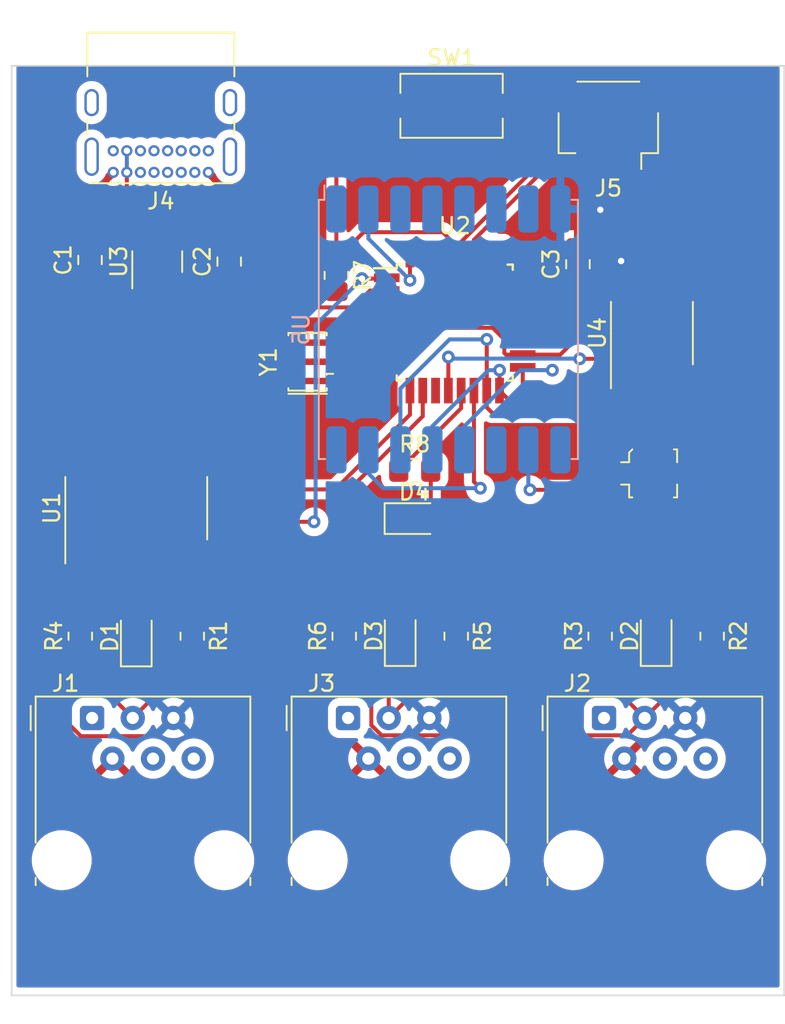
<source format=kicad_pcb>
(kicad_pcb (version 20221018) (generator pcbnew)
  (layers (0 "F.Cu" signal) (31 "B.Cu" signal) (34 "B.Paste" user) (35 "F.Paste" user) (36 "B.SilkS" user "B.Silkscreen") (37 "F.SilkS" user "F.Silkscreen") (38 "B.Mask" user) (39 "F.Mask" user) (44 "Edge.Cuts" user))
  (net 0 "")
  (net 1 "Net-(D1-K)")
  (net 2 "+3V3")
  (net 3 "Net-(D2-K)")
  (net 4 "Net-(D3-K)")
  (net 5 "Net-(AE1-A)")
  (net 7 "/D4")
  (net 11 "/D5")
  (net 14 "/D6")
  (net 17 "Net-(U1-Pad3)")
  (net 18 "/SCL")
  (net 19 "/SDA")
  (net 20 "GND")
  (net 21 "Net-(U3-VI)")
  (net 22 "Net-(U2-AREF)")
  (net 23 "Net-(D4-A)")
  (net 25 "/D3")
  (net 27 "/D8_SS")
  (net 29 "/D10_SS")
  (net 46 "Net-(U2-~{RESET}{slash}PC6)")
  (net 47 "Net-(U2-PB1)")
  (net 48 "Net-(U2-XTAL1{slash}PB6)")
  (net 49 "Net-(U2-XTAL2{slash}PB7)")
  (net 50 "/MiSo")
  (net 51 "/MoSi")
  (net 52 "/SPI_SCK")
  (net 54 "/D2")
  (footprint "LED_SMD:LED_0805_2012Metric_Pad1.15x1.40mm_HandSolder" (layer "F.Cu") (at 127.675 59.5)
    (fp_text reference "D4" (at 0 -1.65) (layer "F.SilkS"))
    (fp_text value "LED")
    (pad "1" smd roundrect (at -1.025 0) (size 1.15 1.4) (layers "F.Cu" "F.Paste" "F.Mask") (roundrect_rratio 0.217391) (net 20 "GND"))
    (pad "2" smd roundrect (at 1.025 0) (size 1.15 1.4) (layers "F.Cu" "F.Paste" "F.Mask") (roundrect_rratio 0.217391) (net 23 "Net-(D4-A)"))
  )
  (footprint "Package_TO_SOT_SMD:SOT-23" (layer "F.Cu") (at 111.6 43.4375 90)
    (fp_text reference "U3" (at 0 -2.4 90) (layer "F.SilkS"))
    (fp_text value "MCP1703")
    (pad "1" smd roundrect (at -0.9375 -0.95 90) (size 1.475 0.6) (layers "F.Cu" "F.Paste" "F.Mask") (net 20 "GND"))
    (pad "2" smd roundrect (at -0.9375 0.95 90) (size 1.475 0.6) (layers "F.Cu" "F.Paste" "F.Mask") (net 2 "+3V3"))
    (pad "3" smd roundrect (at 0.9375 0 90) (size 1.475 0.6) (layers "F.Cu" "F.Paste" "F.Mask") (net 21 "Net-(U3-VI)"))
  )
  (footprint "Resistor_SMD:R_0805_2012Metric_Pad1.20x1.40mm_HandSolder" (layer "F.Cu") (at 127.7 56.5)
    (fp_text reference "R8" (at 0 -1.65) (layer "F.SilkS"))
    (fp_text value "1.5k")
    (pad "1" smd roundrect (at -1 0) (size 1.2 1.4) (layers "F.Cu" "F.Paste" "F.Mask") (roundrect_rratio 0.208333) (net 47 "Net-(U2-PB1)"))
    (pad "2" smd roundrect (at 1 0) (size 1.2 1.4) (layers "F.Cu" "F.Paste" "F.Mask") (roundrect_rratio 0.208333) (net 23 "Net-(D4-A)"))
  )
  (footprint "Connector_RJ:RJ12_Amphenol_54601-x06_Horizontal" (layer "F.Cu") (at 107.53 71.96)
    (fp_text reference "J1" (at -1.66 -2.16) (layer "F.SilkS"))
    (fp_text value "6P6C")
    (pad "" np_thru_hole circle (at -1.9 8.89) (size 3.25 3.25) (drill 3.25) (layers "*.Cu" "*.Mask"))
    (pad "" np_thru_hole circle (at 8.26 8.89) (size 3.25 3.25) (drill 3.25) (layers "*.Cu" "*.Mask"))
    (pad "1" thru_hole roundrect (at 0 0) (size 1.52 1.52) (drill 0.76) (layers "*.Cu" "*.Mask") (roundrect_rratio 0.1644736842))
    (pad "2" thru_hole circle (at 1.27 2.54) (size 1.52 1.52) (drill 0.76) (layers "*.Cu" "*.Mask") (net 20 "GND"))
    (pad "3" thru_hole circle (at 2.54 0) (size 1.52 1.52) (drill 0.76) (layers "*.Cu" "*.Mask") (net 7 "/D4"))
    (pad "4" thru_hole circle (at 3.81 2.54) (size 1.52 1.52) (drill 0.76) (layers "*.Cu" "*.Mask"))
    (pad "5" thru_hole circle (at 5.08 0) (size 1.52 1.52) (drill 0.76) (layers "*.Cu" "*.Mask") (net 2 "+3V3"))
    (pad "6" thru_hole circle (at 6.35 2.54) (size 1.52 1.52) (drill 0.76) (layers "*.Cu" "*.Mask"))
  )
  (footprint "Connector_Coaxial:U.FL_Molex_MCRF_73412-0110_Vertical" (layer "F.Cu") (at 142.6 56.675 -90)
    (fp_text reference "AE1" hide)
    (fp_text value "Antenna_Shield" hide)
    (pad "1" smd rect (at 0 1.5 270) (size 1 1) (layers "F.Cu" "F.Paste" "F.Mask") (net 5 "Net-(AE1-A)"))
    (pad "2" smd rect (at -1.475 0 270) (size 1.05 2.2) (layers "F.Cu" "F.Paste" "F.Mask") (net 20 "GND"))
    (pad "2" smd rect (at 0 -1.5 270) (size 1 1) (layers "F.Cu" "F.Paste" "F.Mask") (net 20 "GND"))
    (pad "2" smd rect (at 1.475 0 270) (size 1.05 2.2) (layers "F.Cu" "F.Paste" "F.Mask") (net 20 "GND"))
  )
  (footprint "Connector_JST:JST_SH_SM04B-SRSS-TB_1x04-1MP_P1.00mm_Horizontal" (layer "F.Cu") (at 139.8 34.875 180)
    (fp_text reference "J5" (at 0 -3.98) (layer "F.SilkS"))
    (fp_text value "Qwiic")
    (pad "1" smd roundrect (at -1.5 -2 180) (size 0.6 1.55) (layers "F.Cu" "F.Paste" "F.Mask") (net 18 "/SCL"))
    (pad "2" smd roundrect (at -0.5 -2 180) (size 0.6 1.55) (layers "F.Cu" "F.Paste" "F.Mask") (net 19 "/SDA"))
    (pad "3" smd roundrect (at 0.5 -2 180) (size 0.6 1.55) (layers "F.Cu" "F.Paste" "F.Mask") (net 2 "+3V3"))
    (pad "4" smd roundrect (at 1.5 -2 180) (size 0.6 1.55) (layers "F.Cu" "F.Paste" "F.Mask") (net 20 "GND"))
    (pad "MP" smd roundrect (at -2.8 1.875 180) (size 1.2 1.8) (layers "F.Cu" "F.Paste" "F.Mask") (roundrect_rratio 0.208333))
    (pad "MP" smd roundrect (at 2.8 1.875 180) (size 1.2 1.8) (layers "F.Cu" "F.Paste" "F.Mask") (roundrect_rratio 0.208333))
  )
  (footprint "Package_SO:SOIC-14_3.9x8.7mm_P1.27mm" (layer "F.Cu") (at 110.29 58.85 90)
    (fp_text reference "U1" (at 0 -5.28 90) (layer "F.SilkS"))
    (fp_text value "74LS08")
    (pad "1" smd roundrect (at -2.475 -3.81 90) (size 1.95 0.6) (layers "F.Cu" "F.Paste" "F.Mask") (net 7 "/D4"))
    (pad "2" smd roundrect (at -2.475 -2.54 90) (size 1.95 0.6) (layers "F.Cu" "F.Paste" "F.Mask") (net 11 "/D5"))
    (pad "3" smd roundrect (at -2.475 -1.27 90) (size 1.95 0.6) (layers "F.Cu" "F.Paste" "F.Mask") (net 17 "Net-(U1-Pad3)"))
    (pad "4" smd roundrect (at -2.475 0 90) (size 1.95 0.6) (layers "F.Cu" "F.Paste" "F.Mask") (net 17 "Net-(U1-Pad3)"))
    (pad "5" smd roundrect (at -2.475 1.27 90) (size 1.95 0.6) (layers "F.Cu" "F.Paste" "F.Mask") (net 14 "/D6"))
    (pad "6" smd roundrect (at -2.475 2.54 90) (size 1.95 0.6) (layers "F.Cu" "F.Paste" "F.Mask") (net 25 "/D3"))
    (pad "7" smd roundrect (at -2.475 3.81 90) (size 1.95 0.6) (layers "F.Cu" "F.Paste" "F.Mask") (net 20 "GND"))
    (pad "8" smd roundrect (at 2.475 3.81 90) (size 1.95 0.6) (layers "F.Cu" "F.Paste" "F.Mask"))
    (pad "9" smd roundrect (at 2.475 2.54 90) (size 1.95 0.6) (layers "F.Cu" "F.Paste" "F.Mask"))
    (pad "10" smd roundrect (at 2.475 1.27 90) (size 1.95 0.6) (layers "F.Cu" "F.Paste" "F.Mask"))
    (pad "11" smd roundrect (at 2.475 0 90) (size 1.95 0.6) (layers "F.Cu" "F.Paste" "F.Mask"))
    (pad "12" smd roundrect (at 2.475 -1.27 90) (size 1.95 0.6) (layers "F.Cu" "F.Paste" "F.Mask"))
    (pad "13" smd roundrect (at 2.475 -2.54 90) (size 1.95 0.6) (layers "F.Cu" "F.Paste" "F.Mask"))
    (pad "14" smd roundrect (at 2.475 -3.81 90) (size 1.95 0.6) (layers "F.Cu" "F.Paste" "F.Mask") (net 2 "+3V3"))
  )
  (footprint "LED_SMD:LED_0805_2012Metric_Pad1.15x1.40mm_HandSolder" (layer "F.Cu") (at 142.79 66.85 90)
    (fp_text reference "D2" (at 0 -1.65 90) (layer "F.SilkS"))
    (fp_text value "Pulse")
    (pad "1" smd roundrect (at -1.025 0 90) (size 1.15 1.4) (layers "F.Cu" "F.Paste" "F.Mask") (roundrect_rratio 0.217391) (net 3 "Net-(D2-K)"))
    (pad "2" smd roundrect (at 1.025 0 90) (size 1.15 1.4) (layers "F.Cu" "F.Paste" "F.Mask") (roundrect_rratio 0.217391) (net 2 "+3V3"))
  )
  (footprint "LED_SMD:LED_0805_2012Metric_Pad1.15x1.40mm_HandSolder" (layer "F.Cu") (at 126.79 66.85 90)
    (fp_text reference "D3" (at 0 -1.65 90) (layer "F.SilkS"))
    (fp_text value "Pulse")
    (pad "1" smd roundrect (at -1.025 0 90) (size 1.15 1.4) (layers "F.Cu" "F.Paste" "F.Mask") (roundrect_rratio 0.217391) (net 4 "Net-(D3-K)"))
    (pad "2" smd roundrect (at 1.025 0 90) (size 1.15 1.4) (layers "F.Cu" "F.Paste" "F.Mask") (roundrect_rratio 0.217391) (net 2 "+3V3"))
  )
  (footprint "Capacitor_SMD:C_0805_2012Metric_Pad1.18x1.45mm_HandSolder" (layer "F.Cu") (at 116.1 43.4375 90)
    (fp_text reference "C2" (at 0 -1.68 90) (layer "F.SilkS"))
    (fp_text value "1µ")
    (pad "1" smd roundrect (at -1.0375 0 90) (size 1.175 1.45) (layers "F.Cu" "F.Paste" "F.Mask") (roundrect_rratio 0.212766) (net 20 "GND"))
    (pad "2" smd roundrect (at 1.0375 0 90) (size 1.175 1.45) (layers "F.Cu" "F.Paste" "F.Mask") (roundrect_rratio 0.212766) (net 2 "+3V3"))
  )
  (footprint "Capacitor_SMD:C_0805_2012Metric_Pad1.18x1.45mm_HandSolder" (layer "F.Cu") (at 137.9 43.6 90)
    (fp_text reference "C3" (at 0 -1.68 90) (layer "F.SilkS"))
    (fp_text value ".1µ")
    (pad "1" smd roundrect (at -1.0375 0 90) (size 1.175 1.45) (layers "F.Cu" "F.Paste" "F.Mask") (roundrect_rratio 0.212766) (net 22 "Net-(U2-AREF)"))
    (pad "2" smd roundrect (at 1.0375 0 90) (size 1.175 1.45) (layers "F.Cu" "F.Paste" "F.Mask") (roundrect_rratio 0.212766) (net 20 "GND"))
  )
  (footprint "Resistor_SMD:R_0805_2012Metric_Pad1.20x1.40mm_HandSolder" (layer "F.Cu") (at 113.79 66.85 -90)
    (fp_text reference "R1" (at 0 -1.65 90) (layer "F.SilkS"))
    (fp_text value "4.7k")
    (pad "1" smd roundrect (at -1 0 270) (size 1.2 1.4) (layers "F.Cu" "F.Paste" "F.Mask") (roundrect_rratio 0.208333) (net 2 "+3V3"))
    (pad "2" smd roundrect (at 1 0 270) (size 1.2 1.4) (layers "F.Cu" "F.Paste" "F.Mask") (roundrect_rratio 0.208333) (net 7 "/D4"))
  )
  (footprint "Resistor_SMD:R_0805_2012Metric_Pad1.20x1.40mm_HandSolder" (layer "F.Cu") (at 106.79 66.85 90)
    (fp_text reference "R4" (at 0 -1.65 90) (layer "F.SilkS"))
    (fp_text value "1.5k")
    (pad "1" smd roundrect (at -1 0 90) (size 1.2 1.4) (layers "F.Cu" "F.Paste" "F.Mask") (roundrect_rratio 0.208333) (net 1 "Net-(D1-K)"))
    (pad "2" smd roundrect (at 1 0 90) (size 1.2 1.4) (layers "F.Cu" "F.Paste" "F.Mask") (roundrect_rratio 0.208333) (net 7 "/D4"))
  )
  (footprint "Resistor_SMD:R_0805_2012Metric_Pad1.20x1.40mm_HandSolder" (layer "F.Cu") (at 122.8 44.3 -90)
    (fp_text reference "R7" (at 0 -1.65 90) (layer "F.SilkS"))
    (fp_text value "10k")
    (pad "1" smd roundrect (at -1 0 270) (size 1.2 1.4) (layers "F.Cu" "F.Paste" "F.Mask") (roundrect_rratio 0.208333) (net 46 "Net-(U2-~{RESET}{slash}PC6)"))
    (pad "2" smd roundrect (at 1 0 270) (size 1.2 1.4) (layers "F.Cu" "F.Paste" "F.Mask") (roundrect_rratio 0.208333) (net 2 "+3V3"))
  )
  (footprint "Package_SO:SOIC-8_3.9x4.9mm_P1.27mm" (layer "F.Cu") (at 142.525 47.905 90)
    (fp_text reference "U4" (at 0 -3.4 90) (layer "F.SilkS"))
    (fp_text value "W25X40CLSN" hide)
    (pad "1" smd roundrect (at -2.475 -1.905 90) (size 1.95 0.6) (layers "F.Cu" "F.Paste" "F.Mask") (net 27 "/D8_SS"))
    (pad "2" smd roundrect (at -2.475 -0.635 90) (size 1.95 0.6) (layers "F.Cu" "F.Paste" "F.Mask") (net 50 "/MiSo"))
    (pad "3" smd roundrect (at -2.475 0.635 90) (size 1.95 0.6) (layers "F.Cu" "F.Paste" "F.Mask") (net 2 "+3V3"))
    (pad "4" smd roundrect (at -2.475 1.905 90) (size 1.95 0.6) (layers "F.Cu" "F.Paste" "F.Mask") (net 20 "GND"))
    (pad "5" smd roundrect (at 2.475 1.905 90) (size 1.95 0.6) (layers "F.Cu" "F.Paste" "F.Mask") (net 51 "/MoSi"))
    (pad "6" smd roundrect (at 2.475 0.635 90) (size 1.95 0.6) (layers "F.Cu" "F.Paste" "F.Mask") (net 52 "/SPI_SCK"))
    (pad "7" smd roundrect (at 2.475 -0.635 90) (size 1.95 0.6) (layers "F.Cu" "F.Paste" "F.Mask") (net 2 "+3V3"))
    (pad "8" smd roundrect (at 2.475 -1.905 90) (size 1.95 0.6) (layers "F.Cu" "F.Paste" "F.Mask") (net 2 "+3V3"))
  )
  (footprint "Package_QFP:TQFP-32_7x7mm_P0.8mm" (layer "F.Cu") (at 130.2 47.25)
    (fp_text reference "U2" (at 0 -6.05) (layer "F.SilkS"))
    (fp_text value "ATmega328P-A")
    (pad "1" smd rect (at -4.25 -2.8) (size 1.6 0.55) (layers "F.Cu" "F.Paste" "F.Mask") (net 25 "/D3"))
    (pad "2" smd rect (at -4.25 -2) (size 1.6 0.55) (layers "F.Cu" "F.Paste" "F.Mask") (net 7 "/D4"))
    (pad "3" smd rect (at -4.25 -1.2) (size 1.6 0.55) (layers "F.Cu" "F.Paste" "F.Mask") (net 20 "GND"))
    (pad "4" smd rect (at -4.25 -0.4) (size 1.6 0.55) (layers "F.Cu" "F.Paste" "F.Mask") (net 2 "+3V3"))
    (pad "5" smd rect (at -4.25 0.4) (size 1.6 0.55) (layers "F.Cu" "F.Paste" "F.Mask") (net 20 "GND"))
    (pad "6" smd rect (at -4.25 1.2) (size 1.6 0.55) (layers "F.Cu" "F.Paste" "F.Mask") (net 2 "+3V3"))
    (pad "7" smd rect (at -4.25 2) (size 1.6 0.55) (layers "F.Cu" "F.Paste" "F.Mask") (net 48 "Net-(U2-XTAL1{slash}PB6)"))
    (pad "8" smd rect (at -4.25 2.8) (size 1.6 0.55) (layers "F.Cu" "F.Paste" "F.Mask") (net 49 "Net-(U2-XTAL2{slash}PB7)"))
    (pad "9" smd rect (at -2.8 4.25 90) (size 1.6 0.55) (layers "F.Cu" "F.Paste" "F.Mask") (net 11 "/D5"))
    (pad "10" smd rect (at -2 4.25 90) (size 1.6 0.55) (layers "F.Cu" "F.Paste" "F.Mask") (net 14 "/D6"))
    (pad "11" smd rect (at -1.2 4.25 90) (size 1.6 0.55) (layers "F.Cu" "F.Paste" "F.Mask"))
    (pad "12" smd rect (at -0.4 4.25 90) (size 1.6 0.55) (layers "F.Cu" "F.Paste" "F.Mask") (net 27 "/D8_SS"))
    (pad "13" smd rect (at 0.4 4.25 90) (size 1.6 0.55) (layers "F.Cu" "F.Paste" "F.Mask") (net 47 "Net-(U2-PB1)"))
    (pad "14" smd rect (at 1.2 4.25 90) (size 1.6 0.55) (layers "F.Cu" "F.Paste" "F.Mask") (net 29 "/D10_SS"))
    (pad "15" smd rect (at 2 4.25 90) (size 1.6 0.55) (layers "F.Cu" "F.Paste" "F.Mask") (net 51 "/MoSi"))
    (pad "16" smd rect (at 2.8 4.25 90) (size 1.6 0.55) (layers "F.Cu" "F.Paste" "F.Mask") (net 50 "/MiSo"))
    (pad "17" smd rect (at 4.25 2.8) (size 1.6 0.55) (layers "F.Cu" "F.Paste" "F.Mask") (net 52 "/SPI_SCK"))
    (pad "18" smd rect (at 4.25 2) (size 1.6 0.55) (layers "F.Cu" "F.Paste" "F.Mask") (net 2 "+3V3"))
    (pad "19" smd rect (at 4.25 1.2) (size 1.6 0.55) (layers "F.Cu" "F.Paste" "F.Mask"))
    (pad "20" smd rect (at 4.25 0.4) (size 1.6 0.55) (layers "F.Cu" "F.Paste" "F.Mask") (net 22 "Net-(U2-AREF)"))
    (pad "21" smd rect (at 4.25 -0.4) (size 1.6 0.55) (layers "F.Cu" "F.Paste" "F.Mask") (net 20 "GND"))
    (pad "22" smd rect (at 4.25 -1.2) (size 1.6 0.55) (layers "F.Cu" "F.Paste" "F.Mask"))
    (pad "23" smd rect (at 4.25 -2) (size 1.6 0.55) (layers "F.Cu" "F.Paste" "F.Mask"))
    (pad "24" smd rect (at 4.25 -2.8) (size 1.6 0.55) (layers "F.Cu" "F.Paste" "F.Mask"))
    (pad "25" smd rect (at 2.8 -4.25 90) (size 1.6 0.55) (layers "F.Cu" "F.Paste" "F.Mask"))
    (pad "26" smd rect (at 2 -4.25 90) (size 1.6 0.55) (layers "F.Cu" "F.Paste" "F.Mask"))
    (pad "27" smd rect (at 1.2 -4.25 90) (size 1.6 0.55) (layers "F.Cu" "F.Paste" "F.Mask") (net 19 "/SDA"))
    (pad "28" smd rect (at 0.4 -4.25 90) (size 1.6 0.55) (layers "F.Cu" "F.Paste" "F.Mask") (net 18 "/SCL"))
    (pad "29" smd rect (at -0.4 -4.25 90) (size 1.6 0.55) (layers "F.Cu" "F.Paste" "F.Mask") (net 46 "Net-(U2-~{RESET}{slash}PC6)"))
    (pad "30" smd rect (at -1.2 -4.25 90) (size 1.6 0.55) (layers "F.Cu" "F.Paste" "F.Mask"))
    (pad "31" smd rect (at -2 -4.25 90) (size 1.6 0.55) (layers "F.Cu" "F.Paste" "F.Mask"))
    (pad "32" smd rect (at -2.8 -4.25 90) (size 1.6 0.55) (layers "F.Cu" "F.Paste" "F.Mask") (net 54 "/D2"))
  )
  (footprint "Connector_RJ:RJ12_Amphenol_54601-x06_Horizontal" (layer "F.Cu") (at 123.53 71.96)
    (fp_text reference "J3" (at -1.66 -2.16) (layer "F.SilkS"))
    (fp_text value "6P6C")
    (pad "" np_thru_hole circle (at -1.9 8.89) (size 3.25 3.25) (drill 3.25) (layers "*.Cu" "*.Mask"))
    (pad "" np_thru_hole circle (at 8.26 8.89) (size 3.25 3.25) (drill 3.25) (layers "*.Cu" "*.Mask"))
    (pad "1" thru_hole roundrect (at 0 0) (size 1.52 1.52) (drill 0.76) (layers "*.Cu" "*.Mask") (roundrect_rratio 0.1644736842))
    (pad "2" thru_hole circle (at 1.27 2.54) (size 1.52 1.52) (drill 0.76) (layers "*.Cu" "*.Mask") (net 20 "GND"))
    (pad "3" thru_hole circle (at 2.54 0) (size 1.52 1.52) (drill 0.76) (layers "*.Cu" "*.Mask") (net 14 "/D6"))
    (pad "4" thru_hole circle (at 3.81 2.54) (size 1.52 1.52) (drill 0.76) (layers "*.Cu" "*.Mask"))
    (pad "5" thru_hole circle (at 5.08 0) (size 1.52 1.52) (drill 0.76) (layers "*.Cu" "*.Mask") (net 2 "+3V3"))
    (pad "6" thru_hole circle (at 6.35 2.54) (size 1.52 1.52) (drill 0.76) (layers "*.Cu" "*.Mask"))
  )
  (footprint "Resistor_SMD:R_0805_2012Metric_Pad1.20x1.40mm_HandSolder" (layer "F.Cu") (at 130.29 66.85 -90)
    (fp_text reference "R5" (at 0 -1.65 90) (layer "F.SilkS"))
    (fp_text value "4.7k")
    (pad "1" smd roundrect (at -1 0 270) (size 1.2 1.4) (layers "F.Cu" "F.Paste" "F.Mask") (roundrect_rratio 0.208333) (net 2 "+3V3"))
    (pad "2" smd roundrect (at 1 0 270) (size 1.2 1.4) (layers "F.Cu" "F.Paste" "F.Mask") (roundrect_rratio 0.208333) (net 14 "/D6"))
  )
  (footprint "Capacitor_SMD:C_0805_2012Metric_Pad1.18x1.45mm_HandSolder" (layer "F.Cu") (at 107.4 43.3375 90)
    (fp_text reference "C1" (at 0 -1.68 90) (layer "F.SilkS"))
    (fp_text value "1µ")
    (pad "1" smd roundrect (at -1.0375 0 90) (size 1.175 1.45) (layers "F.Cu" "F.Paste" "F.Mask") (roundrect_rratio 0.212766) (net 20 "GND"))
    (pad "2" smd roundrect (at 1.0375 0 90) (size 1.175 1.45) (layers "F.Cu" "F.Paste" "F.Mask") (roundrect_rratio 0.212766) (net 21 "Net-(U3-VI)"))
  )
  (footprint "Button_Switch_SMD:SW_Tactile_SPST_NO_Straight_CK_PTS636Sx25SMTRLFS" (layer "F.Cu") (at 130 33.7)
    (fp_text reference "SW1" (at 0 -3 unlocked) (layer "F.SilkS"))
    (fp_text value "RST-Push")
    (pad "1" smd rect (at -3.875 0) (size 1.25 1) (layers "F.Cu" "F.Paste" "F.Mask") (net 46 "Net-(U2-~{RESET}{slash}PC6)"))
    (pad "2" smd rect (at 3.875 0) (size 1.25 1) (layers "F.Cu" "F.Paste" "F.Mask") (net 20 "GND"))
  )
  (footprint "Resistor_SMD:R_0805_2012Metric_Pad1.20x1.40mm_HandSolder" (layer "F.Cu") (at 123.29 66.85 90)
    (fp_text reference "R6" (at 0 -1.65 90) (layer "F.SilkS"))
    (fp_text value "1.5k")
    (pad "1" smd roundrect (at -1 0 90) (size 1.2 1.4) (layers "F.Cu" "F.Paste" "F.Mask") (roundrect_rratio 0.208333) (net 4 "Net-(D3-K)"))
    (pad "2" smd roundrect (at 1 0 90) (size 1.2 1.4) (layers "F.Cu" "F.Paste" "F.Mask") (roundrect_rratio 0.208333) (net 14 "/D6"))
  )
  (footprint "Connector_RJ:RJ12_Amphenol_54601-x06_Horizontal" (layer "F.Cu") (at 139.53 71.96)
    (fp_text reference "J2" (at -1.66 -2.16) (layer "F.SilkS"))
    (fp_text value "6P6C")
    (pad "" np_thru_hole circle (at -1.9 8.89) (size 3.25 3.25) (drill 3.25) (layers "*.Cu" "*.Mask"))
    (pad "" np_thru_hole circle (at 8.26 8.89) (size 3.25 3.25) (drill 3.25) (layers "*.Cu" "*.Mask"))
    (pad "1" thru_hole roundrect (at 0 0) (size 1.52 1.52) (drill 0.76) (layers "*.Cu" "*.Mask") (roundrect_rratio 0.1644736842))
    (pad "2" thru_hole circle (at 1.27 2.54) (size 1.52 1.52) (drill 0.76) (layers "*.Cu" "*.Mask") (net 20 "GND"))
    (pad "3" thru_hole circle (at 2.54 0) (size 1.52 1.52) (drill 0.76) (layers "*.Cu" "*.Mask") (net 11 "/D5"))
    (pad "4" thru_hole circle (at 3.81 2.54) (size 1.52 1.52) (drill 0.76) (layers "*.Cu" "*.Mask"))
    (pad "5" thru_hole circle (at 5.08 0) (size 1.52 1.52) (drill 0.76) (layers "*.Cu" "*.Mask") (net 2 "+3V3"))
    (pad "6" thru_hole circle (at 6.35 2.54) (size 1.52 1.52) (drill 0.76) (layers "*.Cu" "*.Mask"))
  )
  (footprint "Crystal:Resonator_SMD_Murata_CSTxExxV-3Pin_3.0x1.1mm_HandSoldering" (layer "F.Cu") (at 121 49.7 90)
    (fp_text reference "Y1" (at 0 -2.45 90) (layer "F.SilkS"))
    (fp_text value "16Mhz")
    (pad "1" smd rect (at -1.2 0 90) (size 0.4 3.2) (layers "F.Cu" "F.Paste" "F.Mask") (net 49 "Net-(U2-XTAL2{slash}PB7)"))
    (pad "2" smd rect (at 0 0 90) (size 0.4 3.2) (layers "F.Cu" "F.Paste" "F.Mask") (net 20 "GND"))
    (pad "3" smd rect (at 1.2 0 90) (size 0.4 3.2) (layers "F.Cu" "F.Paste" "F.Mask") (net 48 "Net-(U2-XTAL1{slash}PB6)"))
  )
  (footprint "Resistor_SMD:R_0805_2012Metric_Pad1.20x1.40mm_HandSolder" (layer "F.Cu") (at 146.29 66.85 -90)
    (fp_text reference "R2" (at 0 -1.65 90) (layer "F.SilkS"))
    (fp_text value "4.7k")
    (pad "1" smd roundrect (at -1 0 270) (size 1.2 1.4) (layers "F.Cu" "F.Paste" "F.Mask") (roundrect_rratio 0.208333) (net 2 "+3V3"))
    (pad "2" smd roundrect (at 1 0 270) (size 1.2 1.4) (layers "F.Cu" "F.Paste" "F.Mask") (roundrect_rratio 0.208333) (net 11 "/D5"))
  )
  (footprint "LED_SMD:LED_0805_2012Metric_Pad1.15x1.40mm_HandSolder" (layer "F.Cu") (at 110.29 66.875 90)
    (fp_text reference "D1" (at 0 -1.65 90) (layer "F.SilkS"))
    (fp_text value "Pulse")
    (pad "1" smd roundrect (at -1.025 0 90) (size 1.15 1.4) (layers "F.Cu" "F.Paste" "F.Mask") (roundrect_rratio 0.217391) (net 1 "Net-(D1-K)"))
    (pad "2" smd roundrect (at 1.025 0 90) (size 1.15 1.4) (layers "F.Cu" "F.Paste" "F.Mask") (roundrect_rratio 0.217391) (net 2 "+3V3"))
  )
  (footprint "Connector_USB:USB_C_Receptacle_GCT_USB4085" (layer "F.Cu") (at 114.8 37.86 180)
    (fp_text reference "J4" (at 2.975 -1.8) (layer "F.SilkS"))
    (fp_text value "USB_C_Receptacle_USB2.0")
    (pad "A1" thru_hole circle (at 0 0 180) (size 0.7 0.7) (drill 0.4) (layers "*.Cu" "*.Mask") (net 20 "GND"))
    (pad "A4" thru_hole circle (at 0.85 0 180) (size 0.7 0.7) (drill 0.4) (layers "*.Cu" "*.Mask") (net 21 "Net-(U3-VI)"))
    (pad "A5" thru_hole circle (at 1.7 0 180) (size 0.7 0.7) (drill 0.4) (layers "*.Cu" "*.Mask"))
    (pad "A6" thru_hole circle (at 2.55 0 180) (size 0.7 0.7) (drill 0.4) (layers "*.Cu" "*.Mask"))
    (pad "A7" thru_hole circle (at 3.4 0 180) (size 0.7 0.7) (drill 0.4) (layers "*.Cu" "*.Mask"))
    (pad "A8" thru_hole circle (at 4.25 0 180) (size 0.7 0.7) (drill 0.4) (layers "*.Cu" "*.Mask"))
    (pad "A9" thru_hole circle (at 5.1 0 180) (size 0.7 0.7) (drill 0.4) (layers "*.Cu" "*.Mask") (net 21 "Net-(U3-VI)"))
    (pad "A12" thru_hole circle (at 5.95 0 180) (size 0.7 0.7) (drill 0.4) (layers "*.Cu" "*.Mask") (net 20 "GND"))
    (pad "B1" thru_hole circle (at 5.95 1.35 180) (size 0.7 0.7) (drill 0.4) (layers "*.Cu" "*.Mask") (net 20 "GND"))
    (pad "B4" thru_hole circle (at 5.1 1.35 180) (size 0.7 0.7) (drill 0.4) (layers "*.Cu" "*.Mask") (net 21 "Net-(U3-VI)"))
    (pad "B5" thru_hole circle (at 4.25 1.35 180) (size 0.7 0.7) (drill 0.4) (layers "*.Cu" "*.Mask"))
    (pad "B6" thru_hole circle (at 3.4 1.35 180) (size 0.7 0.7) (drill 0.4) (layers "*.Cu" "*.Mask"))
    (pad "B7" thru_hole circle (at 2.55 1.35 180) (size 0.7 0.7) (drill 0.4) (layers "*.Cu" "*.Mask"))
    (pad "B8" thru_hole circle (at 1.7 1.35 180) (size 0.7 0.7) (drill 0.4) (layers "*.Cu" "*.Mask"))
    (pad "B9" thru_hole circle (at 0.85 1.35 180) (size 0.7 0.7) (drill 0.4) (layers "*.Cu" "*.Mask") (net 21 "Net-(U3-VI)"))
    (pad "B12" thru_hole circle (at 0 1.35 180) (size 0.7 0.7) (drill 0.4) (layers "*.Cu" "*.Mask") (net 20 "GND"))
    (pad "S1" thru_hole oval (at -1.35 0.98 180) (size 0.9 2.4) (drill oval 0.6 2.1) (layers "*.Cu" "*.Mask"))
    (pad "S1" thru_hole oval (at -1.35 4.36 180) (size 0.9 1.7) (drill oval 0.6 1.4) (layers "*.Cu" "*.Mask"))
    (pad "S1" thru_hole oval (at 7.3 0.98 180) (size 0.9 2.4) (drill oval 0.6 2.1) (layers "*.Cu" "*.Mask"))
    (pad "S1" thru_hole oval (at 7.3 4.36 180) (size 0.9 1.7) (drill oval 0.6 1.4) (layers "*.Cu" "*.Mask"))
  )
  (footprint "Resistor_SMD:R_0805_2012Metric_Pad1.20x1.40mm_HandSolder" (layer "F.Cu") (at 139.29 66.85 90)
    (fp_text reference "R3" (at 0 -1.65 90) (layer "F.SilkS"))
    (fp_text value "1.5k")
    (pad "1" smd roundrect (at -1 0 90) (size 1.2 1.4) (layers "F.Cu" "F.Paste" "F.Mask") (roundrect_rratio 0.208333) (net 3 "Net-(D2-K)"))
    (pad "2" smd roundrect (at 1 0 90) (size 1.2 1.4) (layers "F.Cu" "F.Paste" "F.Mask") (roundrect_rratio 0.208333) (net 11 "/D5"))
  )
  (footprint "RF_Module:HOPERF_RFM9XW_SMD" (layer "B.Cu") (at 129.8 47.675 -90)
    (fp_text reference "U5" (at 0 9.2 90) (layer "B.SilkS") (effects (justify mirror)))
    (fp_text value "RFM69HW")
    (pad "1" smd roundrect (at -7.525 7 270) (size 2.95 1.27) (layers "B.Cu" "B.Paste" "B.Mask"))
    (pad "2" smd roundrect (at -7.525 5 270) (size 2.95 1.27) (layers "B.Cu" "B.Paste" "B.Mask") (net 54 "/D2"))
    (pad "3" smd roundrect (at -7.525 3 270) (size 2.95 1.27) (layers "B.Cu" "B.Paste" "B.Mask"))
    (pad "4" smd roundrect (at -7.525 1 270) (size 2.95 1.27) (layers "B.Cu" "B.Paste" "B.Mask"))
    (pad "5" smd roundrect (at -7.525 -1 270) (size 2.95 1.27) (layers "B.Cu" "B.Paste" "B.Mask"))
    (pad "6" smd roundrect (at -7.525 -3 270) (size 2.95 1.27) (layers "B.Cu" "B.Paste" "B.Mask"))
    (pad "7" smd roundrect (at -7.525 -5 270) (size 2.95 1.27) (layers "B.Cu" "B.Paste" "B.Mask"))
    (pad "8" smd roundrect (at -7.525 -7 270) (size 2.95 1.27) (layers "B.Cu" "B.Paste" "B.Mask") (net 2 "+3V3"))
    (pad "9" smd roundrect (at 7.525 -7 270) (size 2.95 1.27) (layers "B.Cu" "B.Paste" "B.Mask") (net 20 "GND"))
    (pad "10" smd roundrect (at 7.525 -5 270) (size 2.95 1.27) (layers "B.Cu" "B.Paste" "B.Mask") (net 5 "Net-(AE1-A)"))
    (pad "11" smd roundrect (at 7.525 -3 270) (size 2.95 1.27) (layers "B.Cu" "B.Paste" "B.Mask") (net 20 "GND"))
    (pad "12" smd roundrect (at 7.525 -1 270) (size 2.95 1.27) (layers "B.Cu" "B.Paste" "B.Mask") (net 52 "/SPI_SCK"))
    (pad "13" smd roundrect (at 7.525 1 270) (size 2.95 1.27) (layers "B.Cu" "B.Paste" "B.Mask") (net 50 "/MiSo"))
    (pad "14" smd roundrect (at 7.525 3 270) (size 2.95 1.27) (layers "B.Cu" "B.Paste" "B.Mask") (net 51 "/MoSi"))
    (pad "15" smd roundrect (at 7.525 5 270) (size 2.95 1.27) (layers "B.Cu" "B.Paste" "B.Mask") (net 29 "/D10_SS"))
    (pad "16" smd roundrect (at 7.525 7 270) (size 2.95 1.27) (layers "B.Cu" "B.Paste" "B.Mask"))
  )
  (gr_rect (start 102.5 31.2) (end 150.8 89.3) (stroke (width 0.1)) (fill none) (layer "Edge.Cuts"))
  (segment (start 118.4 45.5) (end 122.6 45.5) (width 0.25) (layer "F.Cu") (net 2))
  (segment (start 140.6 43.4) (end 140.6 45.41) (width 0.25) (layer "F.Cu") (net 2))
  (segment (start 142.815 65.85) (end 142.79 65.825) (width 0.25) (layer "F.Cu") (net 2))
  (segment (start 113.79 65.85) (end 110.29 65.85) (width 0.25) (layer "F.Cu") (net 2))
  (segment (start 125.95 46.85) (end 127 46.85) (width 0.25) (layer "F.Cu") (net 2))
  (segment (start 147.29 65.85) (end 146.29 65.85) (width 0.25) (layer "F.Cu") (net 2))
  (segment (start 143.16 50.38) (end 143.16 48.350908) (width 0.25) (layer "F.Cu") (net 2))
  (segment (start 144.83 44.13) (end 142.57 44.13) (width 0.25) (layer "F.Cu") (net 2))
  (segment (start 106.48 55.994092) (end 107.79229 54.681802) (width 0.25) (layer "F.Cu") (net 2))
  (segment (start 107.79229 54.681802) (end 109.218198 54.681802) (width 0.25) (layer "F.Cu") (net 2))
  (segment (start 131.79 66.35) (end 131.29 65.85) (width 0.25) (layer "F.Cu") (net 2))
  (segment (start 109.218198 54.681802) (end 118.4 45.5) (width 0.25) (layer "F.Cu") (net 2))
  (segment (start 133.4 49.25) (end 133.300305 49.150305) (width 0.25) (layer "F.Cu") (net 2))
  (segment (start 132.575 47.575) (end 127.8 47.575) (width 0.25) (layer "F.Cu") (net 2))
  (segment (start 140.6 45.41) (end 140.62 45.43) (width 0.25) (layer "F.Cu") (net 2))
  (segment (start 139.3 40.2) (end 139.3 36.875) (width 0.25) (layer "F.Cu") (net 2))
  (segment (start 131.29 65.85) (end 130.29 65.85) (width 0.25) (layer "F.Cu") (net 2))
  (segment (start 126.75 48.45) (end 125.95 48.45) (width 0.25) (layer "F.Cu") (net 2))
  (segment (start 127.8 47.575) (end 127.625 47.575) (width 0.25) (layer "F.Cu") (net 2))
  (segment (start 115.79 68.78) (end 115.79 66.85) (width 0.25) (layer "F.Cu") (net 2))
  (segment (start 112.55 44.375) (end 114.525 42.4) (width 0.25) (layer "F.Cu") (net 2))
  (segment (start 122.8 45.3) (end 119.9 42.4) (width 0.25) (layer "F.Cu") (net 2))
  (segment (start 142.57 44.13) (end 141.89 44.81) (width 0.25) (layer "F.Cu") (net 2))
  (segment (start 112.61 71.96) (end 115.79 68.78) (width 0.25) (layer "F.Cu") (net 2))
  (segment (start 115.79 66.85) (end 114.79 65.85) (width 0.25) (layer "F.Cu") (net 2))
  (segment (start 148.29 68.28) (end 148.29 66.85) (width 0.25) (layer "F.Cu") (net 2))
  (segment (start 145.055 44.355) (end 144.83 44.13) (width 0.25) (layer "F.Cu") (net 2))
  (segment (start 114.79 65.85) (end 113.79 65.85) (width 0.25) (layer "F.Cu") (net 2))
  (segment (start 106.8299 73.1) (end 111.47 73.1) (width 0.25) (layer "F.Cu") (net 2))
  (segment (start 119.9 42.4) (end 116.1 42.4) (width 0.25) (layer "F.Cu") (net 2))
  (segment (start 145.055 46.455908) (end 145.055 44.355) (width 0.25) (layer "F.Cu") (net 2))
  (segment (start 148.29 66.85) (end 147.29 65.85) (width 0.25) (layer "F.Cu") (net 2))
  (segment (start 114.525 42.4) (end 116.1 42.4) (width 0.25) (layer "F.Cu") (net 2))
  (segment (start 140.62 45.43) (end 141.89 45.43) (width 0.25) (layer "F.Cu") (net 2))
  (segment (start 122.6 45.5) (end 122.8 45.3) (width 0.25) (layer "F.Cu") (net 2))
  (segment (start 105.765 72.0351) (end 106.8299 73.1) (width 0.25) (layer "F.Cu") (net 2))
  (segment (start 106.48 56.375) (end 105.765 57.09) (width 0.25) (layer "F.Cu") (net 2))
  (segment (start 105.765 57.09) (end 105.765 72.0351) (width 0.25) (layer "F.Cu") (net 2))
  (segment (start 136.8 49.25) (end 134.45 49.25) (width 0.25) (layer "F.Cu") (net 2))
  (segment (start 130.265 65.825) (end 130.29 65.85) (width 0.25) (layer "F.Cu") (net 2))
  (segment (start 133.300305 48.300305) (end 132.575 47.575) (width 0.25) (layer "F.Cu") (net 2))
  (segment (start 146.29 65.85) (end 142.815 65.85) (width 0.25) (layer "F.Cu") (net 2))
  (segment (start 134.45 49.25) (end 133.4 49.25) (width 0.25) (layer "F.Cu") (net 2))
  (segment (start 111.47 73.1) (end 112.61 71.96) (width 0.25) (layer "F.Cu") (net 2))
  (segment (start 133.300305 49.150305) (end 133.300305 48.300305) (width 0.25) (layer "F.Cu") (net 2))
  (segment (start 131.79 68.78) (end 131.79 66.35) (width 0.25) (layer "F.Cu") (net 2))
  (segment (start 127 46.85) (end 127.725 47.575) (width 0.25) (layer "F.Cu") (net 2))
  (segment (start 106.48 56.375) (end 106.48 55.994092) (width 0.25) (layer "F.Cu") (net 2))
  (segment (start 139.5 40.2) (end 139.3 40.2) (width 0.25) (layer "F.Cu") (net 2))
  (segment (start 144.61 71.96) (end 148.29 68.28) (width 0.25) (layer "F.Cu") (net 2))
  (segment (start 128.61 71.96) (end 131.79 68.78) (width 0.25) (layer "F.Cu") (net 2))
  (segment (start 127.725 47.575) (end 127.8 47.575) (width 0.25) (layer "F.Cu") (net 2))
  (segment (start 127.625 47.575) (end 126.75 48.45) (width 0.25) (layer "F.Cu") (net 2))
  (segment (start 141.89 44.81) (end 141.89 45.43) (width 0.25) (layer "F.Cu") (net 2))
  (segment (start 140.62 45.43) (end 136.8 49.25) (width 0.25) (layer "F.Cu") (net 2))
  (segment (start 143.16 48.350908) (end 145.055 46.455908) (width 0.25) (layer "F.Cu") (net 2))
  (segment (start 126.79 65.825) (end 130.265 65.825) (width 0.25) (layer "F.Cu") (net 2))
  (via (at 140.6 43.4) (size 0.8) (drill 0.4) (layers "F.Cu" "B.Cu") (net 2))
  (via (at 139.3 40.2) (size 0.8) (drill 0.4) (layers "F.Cu" "B.Cu") (net 2))
  (segment (start 139.3 40.2) (end 140.6 41.5) (width 0.25) (layer "B.Cu") (net 2))
  (segment (start 140.6 41.5) (end 140.6 43.4) (width 0.25) (layer "B.Cu") (net 2))
  (segment (start 136.85 40.2) (end 136.8 40.15) (width 0.25) (layer "B.Cu") (net 2))
  (segment (start 141.1 56.7) (end 140.1 57.7) (width 0.25) (layer "F.Cu") (net 5))
  (segment (start 140.1 57.7) (end 134.9 57.7) (width 0.25) (layer "F.Cu") (net 5))
  (segment (start 141.1 56.675) (end 141.1 56.7) (width 0.25) (layer "F.Cu") (net 5))
  (via (at 134.9 57.7) (size 0.8) (drill 0.4) (layers "F.Cu" "B.Cu") (net 5))
  (segment (start 134.9 57.7) (end 134.8 57.6) (width 0.25) (layer "B.Cu") (net 5))
  (segment (start 134.8 57.6) (end 134.8 55.2) (width 0.25) (layer "B.Cu") (net 5))
  (segment (start 110.07 71.96) (end 113.79 68.24) (width 0.25) (layer "F.Cu") (net 7))
  (segment (start 110.07 71.96) (end 108.29 70.18) (width 0.25) (layer "F.Cu") (net 7))
  (segment (start 108.29 70.18) (end 108.29 66.35) (width 0.25) (layer "F.Cu") (net 7))
  (segment (start 106.805001 60.025) (end 107.438605 60.025) (width 0.25) (layer "F.Cu") (net 7))
  (segment (start 109.665 55.335) (end 118.7 46.3) (width 0.25) (layer "F.Cu") (net 7))
  (segment (start 123.85 46.3) (end 124.9 45.25) (width 0.25) (layer "F.Cu") (net 7))
  (segment (start 106.48 61.325) (end 106.48 60.350001) (width 0.25) (layer "F.Cu") (net 7))
  (segment (start 107.79 65.85) (end 106.79 65.85) (width 0.25) (layer "F.Cu") (net 7))
  (segment (start 108.29 66.35) (end 107.79 65.85) (width 0.25) (layer "F.Cu") (net 7))
  (segment (start 106.48 61.325) (end 106.48 65.54) (width 0.25) (layer "F.Cu") (net 7))
  (segment (start 107.438605 60.025) (end 109.665 57.798605) (width 0.25) (layer "F.Cu") (net 7))
  (segment (start 106.48 60.350001) (end 106.805001 60.025) (width 0.25) (layer "F.Cu") (net 7))
  (segment (start 118.7 46.3) (end 123.85 46.3) (width 0.25) (layer "F.Cu") (net 7))
  (segment (start 124.9 45.25) (end 125.95 45.25) (width 0.25) (layer "F.Cu") (net 7))
  (segment (start 109.665 57.798605) (end 109.665 55.335) (width 0.25) (layer "F.Cu") (net 7))
  (segment (start 106.48 65.54) (end 106.79 65.85) (width 0.25) (layer "F.Cu") (net 7))
  (segment (start 113.79 68.24) (end 113.79 67.85) (width 0.25) (layer "F.Cu") (net 7))
  (segment (start 122.725 57.675) (end 127.4 53) (width 0.25) (layer "F.Cu") (net 11))
  (segment (start 142.07 71.96) (end 146.18 67.85) (width 0.25) (layer "F.Cu") (net 11))
  (segment (start 122.265 68.4451) (end 122.9199 69.1) (width 0.25) (layer "F.Cu") (net 11))
  (segment (start 140.79 70.68) (end 140.79 66.35) (width 0.25) (layer "F.Cu") (net 11))
  (segment (start 140.985 73.045) (end 142.07 71.96) (width 0.25) (layer "F.Cu") (net 11))
  (segment (start 110.425001 57.675) (end 122.725 57.675) (width 0.25) (layer "F.Cu") (net 11))
  (segment (start 122.9199 69.1) (end 124.663604 69.1) (width 0.25) (layer "F.Cu") (net 11))
  (segment (start 107.75 61.325) (end 107.75 61.705908) (width 0.25) (layer "F.Cu") (net 11))
  (segment (start 146.18 67.85) (end 146.29 67.85) (width 0.25) (layer "F.Cu") (net 11))
  (segment (start 124.985 69.421396) (end 124.985 72.409422) (width 0.25) (layer "F.Cu") (net 11))
  (segment (start 108.669092 62.625) (end 110.325 62.625) (width 0.25) (layer "F.Cu") (net 11))
  (segment (start 116.163604 66.3) (end 121.3 66.3) (width 0.25) (layer "F.Cu") (net 11))
  (segment (start 124.985 72.409422) (end 125.620578 73.045) (width 0.25) (layer "F.Cu") (net 11))
  (segment (start 110.325 62.625) (end 112.1 64.4) (width 0.25) (layer "F.Cu") (net 11))
  (segment (start 121.3 66.3) (end 122.265 67.265) (width 0.25) (layer "F.Cu") (net 11))
  (segment (start 107.75 61.325) (end 107.75 60.350001) (width 0.25) (layer "F.Cu") (net 11))
  (segment (start 114.263604 64.4) (end 116.163604 66.3) (width 0.25) (layer "F.Cu") (net 11))
  (segment (start 140.79 66.35) (end 140.29 65.85) (width 0.25) (layer "F.Cu") (net 11))
  (segment (start 127.4 53) (end 127.4 51.5) (width 0.25) (layer "F.Cu") (net 11))
  (segment (start 107.75 60.350001) (end 110.425001 57.675) (width 0.25) (layer "F.Cu") (net 11))
  (segment (start 107.75 61.705908) (end 108.669092 62.625) (width 0.25) (layer "F.Cu") (net 11))
  (segment (start 125.620578 73.045) (end 140.985 73.045) (width 0.25) (layer "F.Cu") (net 11))
  (segment (start 140.29 65.85) (end 139.29 65.85) (width 0.25) (layer "F.Cu") (net 11))
  (segment (start 112.1 64.4) (end 114.263604 64.4) (width 0.25) (layer "F.Cu") (net 11))
  (segment (start 124.663604 69.1) (end 124.985 69.421396) (width 0.25) (layer "F.Cu") (net 11))
  (segment (start 122.265 67.265) (end 122.265 68.4451) (width 0.25) (layer "F.Cu") (net 11))
  (segment (start 142.07 71.96) (end 140.79 70.68) (width 0.25) (layer "F.Cu") (net 11))
  (segment (start 124.79 67.35) (end 123.29 65.85) (width 0.25) (layer "F.Cu") (net 14))
  (segment (start 123.29 65.85) (end 123.29 58.01) (width 0.25) (layer "F.Cu") (net 14))
  (segment (start 112.29 63.85) (end 111.56 63.12) (width 0.25) (layer "F.Cu") (net 14))
  (segment (start 126.07 71.96) (end 126.07 69.87) (width 0.25) (layer "F.Cu") (net 14))
  (segment (start 123.29 65.85) (end 116.35 65.85) (width 0.25) (layer "F.Cu") (net 14))
  (segment (start 116.35 65.85) (end 114.35 63.85) (width 0.25) (layer "F.Cu") (net 14))
  (segment (start 123.29 58.01) (end 128.2 53.1) (width 0.25) (layer "F.Cu") (net 14))
  (segment (start 128.2 53.1) (end 128.2 51.5) (width 0.25) (layer "F.Cu") (net 14))
  (segment (start 124.79 68.59) (end 124.79 67.35) (width 0.25) (layer "F.Cu") (net 14))
  (segment (start 126.07 71.96) (end 130.18 67.85) (width 0.25) (layer "F.Cu") (net 14))
  (segment (start 126.07 69.87) (end 124.79 68.59) (width 0.25) (layer "F.Cu") (net 14))
  (segment (start 114.35 63.85) (end 112.29 63.85) (width 0.25) (layer "F.Cu") (net 14))
  (segment (start 111.56 63.12) (end 111.56 61.325) (width 0.25) (layer "F.Cu") (net 14))
  (segment (start 130.18 67.85) (end 130.29 67.85) (width 0.25) (layer "F.Cu") (net 14))
  (segment (start 109.02 61.325) (end 110.29 61.325) (width 0.25) (layer "F.Cu") (net 17))
  (segment (start 141.3 36.875) (end 141.3 36.100001) (width 0.25) (layer "F.Cu") (net 18))
  (segment (start 130.6 42.2) (end 130.6 43) (width 0.25) (layer "F.Cu") (net 18))
  (segment (start 137.475 35.325) (end 130.6 42.2) (width 0.25) (layer "F.Cu") (net 18))
  (segment (start 140.524999 35.325) (end 137.475 35.325) (width 0.25) (layer "F.Cu") (net 18))
  (segment (start 141.3 36.100001) (end 140.524999 35.325) (width 0.25) (layer "F.Cu") (net 18))
  (segment (start 137.7 35.775) (end 131.4 42.075) (width 0.25) (layer "F.Cu") (net 19))
  (segment (start 140.3 36.100001) (end 139.974999 35.775) (width 0.25) (layer "F.Cu") (net 19))
  (segment (start 140.3 36.875) (end 140.3 36.100001) (width 0.25) (layer "F.Cu") (net 19))
  (segment (start 139.974999 35.775) (end 137.7 35.775) (width 0.25) (layer "F.Cu") (net 19))
  (segment (start 131.4 42.075) (end 131.4 43) (width 0.25) (layer "F.Cu") (net 19))
  (segment (start 111.6 42.5) (end 107.6 42.5) (width 0.25) (layer "F.Cu") (net 21))
  (segment (start 109.7 40) (end 109.7 37.86) (width 0.25) (layer "F.Cu") (net 21))
  (segment (start 107.6 42.5) (end 107.4 42.3) (width 0.25) (layer "F.Cu") (net 21))
  (segment (start 107.4 42.3) (end 109.7 40) (width 0.25) (layer "F.Cu") (net 21))
  (segment (start 109.7 37.86) (end 109.7 36.51) (width 0.25) (layer "B.Cu") (net 21))
  (segment (start 135.925 47.65) (end 137.9 45.675) (width 0.25) (layer "F.Cu") (net 22))
  (segment (start 134.45 47.65) (end 135.925 47.65) (width 0.25) (layer "F.Cu") (net 22))
  (segment (start 137.9 45.675) (end 137.9 44.6375) (width 0.25) (layer "F.Cu") (net 22))
  (segment (start 128.7 56.5) (end 128.7 59.5) (width 0.25) (layer "F.Cu") (net 23))
  (segment (start 124.4 44.5) (end 125.9 44.5) (width 0.25) (layer "F.Cu") (net 25))
  (segment (start 121.4 59.7) (end 113.480001 59.7) (width 0.25) (layer "F.Cu") (net 25))
  (segment (start 113.480001 59.7) (end 112.83 60.350001) (width 0.25) (layer "F.Cu") (net 25))
  (segment (start 125.9 44.5) (end 125.95 44.45) (width 0.25) (layer "F.Cu") (net 25))
  (segment (start 112.83 60.350001) (end 112.83 61.325) (width 0.25) (layer "F.Cu") (net 25))
  (via (at 121.4 59.7) (size 0.8) (drill 0.4) (layers "F.Cu" "B.Cu") (net 25))
  (via (at 124.4 44.5) (size 0.8) (drill 0.4) (layers "F.Cu" "B.Cu") (net 25))
  (segment (start 121.5 47.4) (end 124.4 44.5) (width 0.25) (layer "B.Cu") (net 25))
  (segment (start 121.4 59.7) (end 121.5 59.6) (width 0.25) (layer "B.Cu") (net 25))
  (segment (start 121.5 59.6) (end 121.5 47.4) (width 0.25) (layer "B.Cu") (net 25))
  (segment (start 139.752299 49.512299) (end 140.62 50.38) (width 0.25) (layer "F.Cu") (net 27))
  (segment (start 138.012299 49.512299) (end 139.752299 49.512299) (width 0.25) (layer "F.Cu") (net 27))
  (segment (start 129.8 49.4) (end 129.8 51.5) (width 0.25) (layer "F.Cu") (net 27))
  (via (at 129.8 49.4) (size 0.8) (drill 0.4) (layers "F.Cu" "B.Cu") (net 27))
  (via (at 138.012299 49.512299) (size 0.8) (drill 0.4) (layers "F.Cu" "B.Cu") (net 27))
  (segment (start 129.8 49.4) (end 129.9 49.5) (width 0.25) (layer "B.Cu") (net 27))
  (segment (start 138 49.5) (end 138.012299 49.512299) (width 0.25) (layer "B.Cu") (net 27))
  (segment (start 129.9 49.5) (end 138 49.5) (width 0.25) (layer "B.Cu") (net 27))
  (segment (start 131.8 57.6) (end 131.4 57.2) (width 0.25) (layer "F.Cu") (net 29))
  (segment (start 131.4 57.2) (end 131.4 51.5) (width 0.25) (layer "F.Cu") (net 29))
  (via (at 131.8 57.6) (size 0.8) (drill 0.4) (layers "F.Cu" "B.Cu") (net 29))
  (segment (start 124.8 56.675) (end 125.725 57.6) (width 0.25) (layer "B.Cu") (net 29))
  (segment (start 124.8 55.2) (end 124.8 56.675) (width 0.25) (layer "B.Cu") (net 29))
  (segment (start 125.725 57.6) (end 131.8 57.6) (width 0.25) (layer "B.Cu") (net 29))
  (segment (start 124.5 41.6) (end 129.45 41.6) (width 0.25) (layer "F.Cu") (net 46))
  (segment (start 125.1 33.7) (end 122.8 36) (width 0.25) (layer "F.Cu") (net 46))
  (segment (start 126.125 33.7) (end 125.1 33.7) (width 0.25) (layer "F.Cu") (net 46))
  (segment (start 129.8 41.95) (end 129.8 43) (width 0.25) (layer "F.Cu") (net 46))
  (segment (start 122.8 43.3) (end 124.5 41.6) (width 0.25) (layer "F.Cu") (net 46))
  (segment (start 129.45 41.6) (end 129.8 41.95) (width 0.25) (layer "F.Cu") (net 46))
  (segment (start 122.8 36) (end 122.8 43.3) (width 0.25) (layer "F.Cu") (net 46))
  (segment (start 130.6 52.6) (end 130.6 51.5) (width 0.25) (layer "F.Cu") (net 47))
  (segment (start 126.7 56.5) (end 130.6 52.6) (width 0.25) (layer "F.Cu") (net 47))
  (segment (start 124.9 49.25) (end 124.15 48.5) (width 0.25) (layer "F.Cu") (net 48))
  (segment (start 124.15 48.5) (end 121 48.5) (width 0.25) (layer "F.Cu") (net 48))
  (segment (start 125.95 49.25) (end 124.9 49.25) (width 0.25) (layer "F.Cu") (net 48))
  (segment (start 125.9 50) (end 125 50) (width 0.25) (layer "F.Cu") (net 49))
  (segment (start 125.95 50.05) (end 125.9 50) (width 0.25) (layer "F.Cu") (net 49))
  (segment (start 125 50) (end 124.1 50.9) (width 0.25) (layer "F.Cu") (net 49))
  (segment (start 124.1 50.9) (end 121 50.9) (width 0.25) (layer "F.Cu") (net 49))
  (segment (start 141.05 52.45) (end 133.95 52.45) (width 0.25) (layer "F.Cu") (net 50))
  (segment (start 133 50.2245) (end 133 51.5) (width 0.25) (layer "F.Cu") (net 50))
  (segment (start 141.89 50.38) (end 141.89 51.61) (width 0.25) (layer "F.Cu") (net 50))
  (segment (start 141.89 51.61) (end 141.05 52.45) (width 0.25) (layer "F.Cu") (net 50))
  (segment (start 133.95 52.45) (end 133 51.5) (width 0.25) (layer "F.Cu") (net 50))
  (via (at 133 50.2245) (size 0.8) (drill 0.4) (layers "F.Cu" "B.Cu") (net 50))
  (segment (start 128.8 53.725) (end 132.3005 50.2245) (width 0.25) (layer "B.Cu") (net 50))
  (segment (start 132.3005 50.2245) (end 133 50.2245) (width 0.25) (layer "B.Cu") (net 50))
  (segment (start 128.8 55.2) (end 128.8 53.725) (width 0.25) (layer "B.Cu") (net 50))
  (segment (start 144.43 46.189092) (end 142.515 48.104092) (width 0.25) (layer "F.Cu") (net 51))
  (segment (start 141.3 52.9) (end 132.55 52.9) (width 0.25) (layer "F.Cu") (net 51))
  (segment (start 132.2 52.55) (end 132.2 51.5) (width 0.25) (layer "F.Cu") (net 51))
  (segment (start 142.515 51.685) (end 141.3 52.9) (width 0.25) (layer "F.Cu") (net 51))
  (segment (start 142.515 48.104092) (end 142.515 51.685) (width 0.25) (layer "F.Cu") (net 51))
  (segment (start 144.43 45.43) (end 144.43 46.189092) (width 0.25) (layer "F.Cu") (net 51))
  (segment (start 132.55 52.9) (end 132.2 52.55) (width 0.25) (layer "F.Cu") (net 51))
  (segment (start 132.2 48.3) (end 132.2 51.5) (width 0.25) (layer "F.Cu") (net 51))
  (via (at 132.2 48.3) (size 0.8) (drill 0.4) (layers "F.Cu" "B.Cu") (net 51))
  (segment (start 126.8 55.2) (end 126.8 51.374695) (width 0.25) (layer "B.Cu") (net 51))
  (segment (start 129.874695 48.3) (end 132.2 48.3) (width 0.25) (layer "B.Cu") (net 51))
  (segment (start 126.8 51.374695) (end 129.874695 48.3) (width 0.25) (layer "B.Cu") (net 51))
  (segment (start 134.45 51.45) (end 134.45 50.05) (width 0.25) (layer "F.Cu") (net 52))
  (segment (start 143.16 46.404999) (end 141.245 48.319999) (width 0.25) (layer "F.Cu") (net 52))
  (segment (start 141.245 48.319999) (end 141.245 51.480454) (width 0.25) (layer "F.Cu") (net 52))
  (segment (start 141.245 51.480454) (end 140.725454 52) (width 0.25) (layer "F.Cu") (net 52))
  (segment (start 136.3 50.2245) (end 134.6245 50.2245) (width 0.25) (layer "F.Cu") (net 52))
  (segment (start 140.725454 52) (end 135 52) (width 0.25) (layer "F.Cu") (net 52))
  (segment (start 134.6245 50.2245) (end 134.45 50.05) (width 0.25) (layer "F.Cu") (net 52))
  (segment (start 135 52) (end 134.45 51.45) (width 0.25) (layer "F.Cu") (net 52))
  (segment (start 143.16 45.43) (end 143.16 46.404999) (width 0.25) (layer "F.Cu") (net 52))
  (via (at 136.3 50.2245) (size 0.8) (drill 0.4) (layers "F.Cu" "B.Cu") (net 52))
  (segment (start 134.3005 50.2245) (end 136.3 50.2245) (width 0.25) (layer "B.Cu") (net 52))
  (segment (start 130.8 53.725) (end 134.3005 50.2245) (width 0.25) (layer "B.Cu") (net 52))
  (segment (start 130.8 55.2) (end 130.8 53.725) (width 0.25) (layer "B.Cu") (net 52))
  (segment (start 127.4 44.6) (end 127.4 43) (width 0.25) (layer "F.Cu") (net 54))
  (via (at 127.4 44.6) (size 0.8) (drill 0.4) (layers "F.Cu" "B.Cu") (net 54))
  (segment (start 124.8 42) (end 127.4 44.6) (width 0.25) (layer "B.Cu") (net 54))
  (segment (start 124.8 40.15) (end 124.8 42) (width 0.25) (layer "B.Cu") (net 54))
  (zone (net 20) (net_name "GND") (layer "F.Cu") (connect_pads (clearance 0.5)) (min_thickness 0.25) (fill yes (thermal_gap 0.5) (thermal_bridge_width 0.5))
    (polygon (pts (xy 102.8 31.2) (xy 102.8 88.8) (xy 150.5 88.8) (xy 150.5 31.2)))
  )
  (zone (net 2) (net_name "+3V3") (layer "B.Cu") (priority 1) (connect_pads (clearance 0.5)) (min_thickness 0.25) (fill yes (thermal_gap 0.5) (thermal_bridge_width 0.5))
    (polygon (pts (xy 102.8 31) (xy 102.8 88.8) (xy 150.5 88.8) (xy 150.5 31)))
  )
)
</source>
